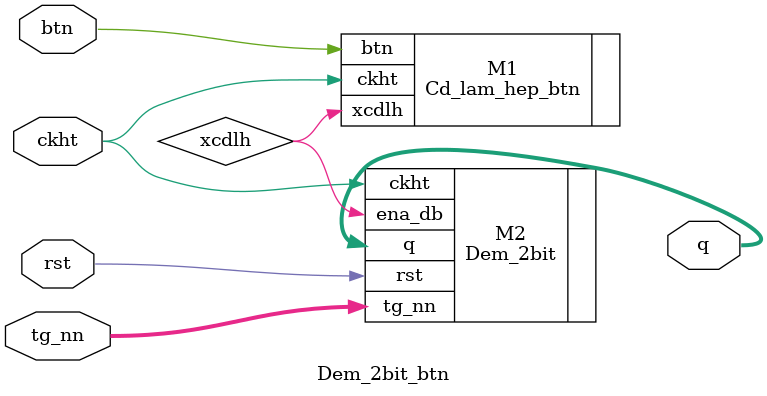
<source format=v>
`timescale 1ns / 1ps


module Dem_2bit_btn(
    input ckht,rst,btn,
    input [4:0] tg_nn,
    output [1:0] q
    );

wire xcdlh;

Cd_lam_hep_btn  M1(
        .ckht(ckht),
        .btn(btn),
        .xcdlh(xcdlh)
        );
Dem_2bit        M2(
        .ckht(ckht),
        .rst(rst),
        .ena_db(xcdlh),
        .tg_nn(tg_nn),
        .q(q)
        );

endmodule

</source>
